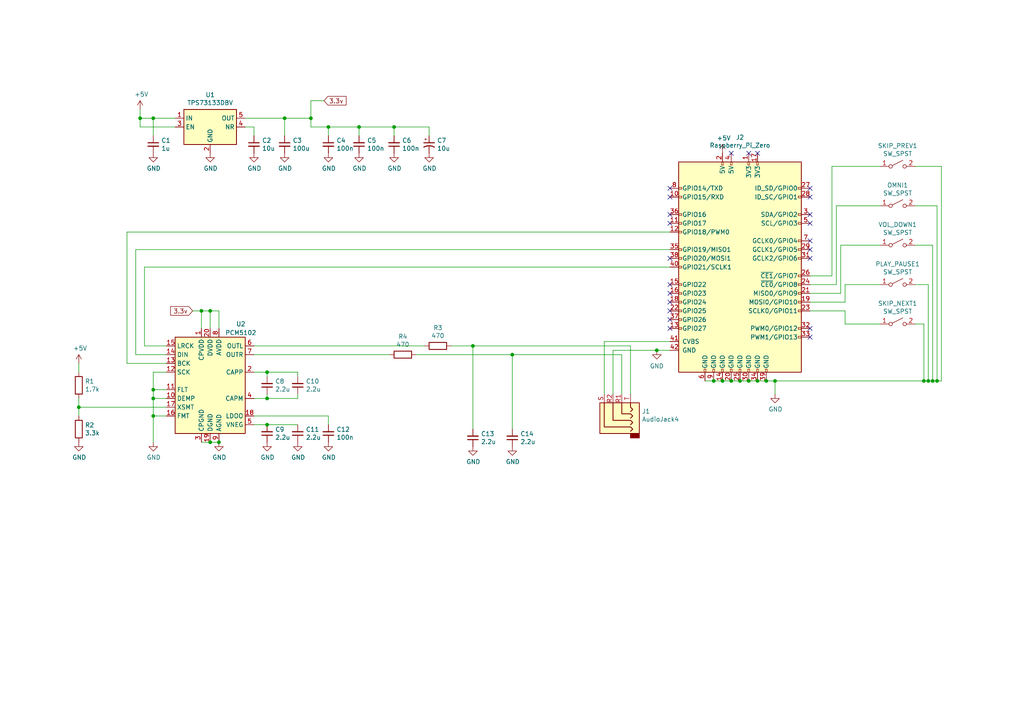
<source format=kicad_sch>
(kicad_sch (version 20211123) (generator eeschema)
  (paper "A4")
  (title_block (title "ODSK") (rev "1") (company "Autr") (comment 1 "autr.tv") (comment 2 "g@sinnott.cc") (comment 3 "github.com/autr/odsk"))
  (lib_symbols
    (symbol "Audio:PCM5102"
      (property "Reference" "U" (at -10.16 13.97 0))
      (property "Value" "PCM5102" (at 3.81 13.97 0))
      (symbol "PCM5102_0_1"
        (rectangle (start -10.16 12.7) (end 10.16 -15.24) (stroke (width 0.254)) (fill (type background)))
      )
      (symbol "PCM5102_1_1"
        (pin passive line (at -2.54 15.24 270) (length 2.54) (name "CPVDD") (number "1"))
        (pin input line (at -12.7 -5.08 0) (length 2.54) (name "DEMP") (number "10"))
        (pin input line (at -12.7 -2.54 0) (length 2.54) (name "FLT") (number "11"))
        (pin input line (at -12.7 2.54 0) (length 2.54) (name "SCK") (number "12"))
        (pin input line (at -12.7 5.08 0) (length 2.54) (name "BCK") (number "13"))
        (pin input line (at -12.7 7.62 0) (length 2.54) (name "DIN") (number "14"))
        (pin input line (at -12.7 10.16 0) (length 2.54) (name "LRCK") (number "15"))
        (pin input line (at -12.7 -10.16 0) (length 2.54) (name "FMT") (number "16"))
        (pin input line (at -12.7 -7.62 0) (length 2.54) (name "XSMT") (number "17"))
        (pin passive line (at 12.7 -10.16 180) (length 2.54) (name "LDOO") (number "18"))
        (pin power_in line (at 0 -17.78 90) (length 2.54) (name "DGND") (number "19"))
        (pin passive line (at 12.7 2.54 180) (length 2.54) (name "CAPP") (number "2"))
        (pin power_in line (at 0 15.24 270) (length 2.54) (name "DVDD") (number "20"))
        (pin power_in line (at -2.54 -17.78 90) (length 2.54) (name "CPGND") (number "3"))
        (pin passive line (at 12.7 -5.08 180) (length 2.54) (name "CAPM") (number "4"))
        (pin passive line (at 12.7 -12.7 180) (length 2.54) (name "VNEG") (number "5"))
        (pin output line (at 12.7 10.16 180) (length 2.54) (name "OUTL") (number "6"))
        (pin output line (at 12.7 7.62 180) (length 2.54) (name "OUTR") (number "7"))
        (pin power_in line (at 2.54 15.24 270) (length 2.54) (name "AVDD") (number "8"))
        (pin power_in line (at 2.54 -17.78 90) (length 2.54) (name "AGND") (number "9"))
      )
    )
    (symbol "Connector:AudioJack4"
      (property "Reference" "J" (at 0 8.89 0))
      (property "Value" "AudioJack4" (at 0 6.35 0))
      (symbol "AudioJack4_0_1"
        (rectangle (start -6.35 -5.08) (end -7.62 -7.62) (stroke (width 0.254)) (fill (type outline)))
        (polyline (pts (xy 0 -5.08) (xy 0.635 -5.715) (xy 1.27 -5.08) (xy 2.54 -5.08)) (stroke (width 0.254)))
        (polyline (pts (xy -5.715 -5.08) (xy -5.08 -5.715) (xy -4.445 -5.08) (xy -4.445 2.54) (xy 2.54 2.54)) (stroke (width 0.254)))
        (polyline (pts (xy -1.905 -5.08) (xy -1.27 -5.715) (xy -0.635 -5.08) (xy -0.635 -2.54) (xy 2.54 -2.54)) (stroke (width 0.254)))
        (polyline (pts (xy 2.54 0) (xy -2.54 0) (xy -2.54 -5.08) (xy -3.175 -5.715) (xy -3.81 -5.08)) (stroke (width 0.254)))
        (rectangle (start 2.54 3.81) (end -6.35 -7.62) (stroke (width 0.254)) (fill (type background)))
      )
      (symbol "AudioJack4_1_1"
        (pin passive line (at 5.08 -2.54 180) (length 2.54) (name "~") (number "R1"))
        (pin passive line (at 5.08 0 180) (length 2.54) (name "~") (number "R2"))
        (pin passive line (at 5.08 2.54 180) (length 2.54) (name "~") (number "S"))
        (pin passive line (at 5.08 -5.08 180) (length 2.54) (name "~") (number "T"))
      )
    )
    (symbol "Device:C_Small" (pin_numbers hide) (pin_names (offset 0.254) hide)
      (property "Reference" "C" (at 0.254 1.778 0))
      (property "Value" "C_Small" (at 0.254 -2.032 0))
      (symbol "C_Small_0_1"
        (polyline (pts (xy -1.524 -0.508) (xy 1.524 -0.508)) (stroke (width 0.3302)))
        (polyline (pts (xy -1.524 0.508) (xy 1.524 0.508)) (stroke (width 0.3048)))
      )
      (symbol "C_Small_1_1"
        (pin passive line (at 0 2.54 270) (length 2.032) (name "~") (number "1"))
        (pin passive line (at 0 -2.54 90) (length 2.032) (name "~") (number "2"))
      )
    )
    (symbol "Device:R" (pin_numbers hide) (pin_names (offset 0))
      (property "Reference" "R" (at 2.032 0 90))
      (property "Value" "R" (at 0 0 90))
      (symbol "R_0_1"
        (rectangle (start -1.016 -2.54) (end 1.016 2.54) (stroke (width 0.254)))
      )
      (symbol "R_1_1"
        (pin passive line (at 0 3.81 270) (length 1.27) (name "~") (number "1"))
        (pin passive line (at 0 -3.81 90) (length 1.27) (name "~") (number "2"))
      )
    )
    (symbol "Regulator_Linear:TPS73133DBV"
      (property "Reference" "U" (at -6.35 6.35 0))
      (property "Value" "TPS73133DBV" (at 1.27 6.35 0))
      (symbol "TPS73133DBV_0_1"
        (rectangle (start -7.62 -5.08) (end 7.62 5.08) (stroke (width 0.254)) (fill (type background)))
      )
      (symbol "TPS73133DBV_1_1"
        (pin power_in line (at -10.16 2.54 0) (length 2.54) (name "IN") (number "1"))
        (pin power_in line (at 0 -7.62 90) (length 2.54) (name "GND") (number "2"))
        (pin input line (at -10.16 0 0) (length 2.54) (name "EN") (number "3"))
        (pin passive line (at 10.16 0 180) (length 2.54) (name "NR") (number "4"))
        (pin power_out line (at 10.16 2.54 180) (length 2.54) (name "OUT") (number "5"))
      )
    )
    (symbol "Switch:SW_SPST" (pin_names (offset 0) hide)
      (property "Reference" "SW" (at 0 3.175 0))
      (property "Value" "SW_SPST" (at 0 -2.54 0))
      (symbol "SW_SPST_0_0"
        (circle (center -2.032 0) (radius 0.508))
        (polyline (pts (xy -1.524 0.254) (xy 1.524 1.778)))
        (circle (center 2.032 0) (radius 0.508))
      )
      (symbol "SW_SPST_1_1"
        (pin passive line (at -5.08 0 0) (length 2.54) (name "A") (number "1"))
        (pin passive line (at 5.08 0 180) (length 2.54) (name "B") (number "2"))
      )
    )
    (symbol "lib:Raspberry_Pi_Zero" (pin_names (offset 1.016))
      (property "Reference" "J" (at -17.78 31.75 0))
      (property "Value" "Raspberry_Pi_Zero" (at 10.16 -31.75 0))
      (symbol "Raspberry_Pi_Zero_0_1"
        (rectangle (start -17.78 30.48) (end 17.78 -30.48) (stroke (width 0.254)) (fill (type background)))
      )
      (symbol "Raspberry_Pi_Zero_1_1"
        (rectangle (start -16.891 -17.526) (end -17.78 -18.034))
        (rectangle (start -16.891 -14.986) (end -17.78 -15.494))
        (rectangle (start -16.891 -12.446) (end -17.78 -12.954))
        (rectangle (start -16.891 -9.906) (end -17.78 -10.414))
        (rectangle (start -16.891 -7.366) (end -17.78 -7.874))
        (rectangle (start -16.891 -4.826) (end -17.78 -5.334))
        (rectangle (start -16.891 0.254) (end -17.78 -0.254))
        (rectangle (start -16.891 2.794) (end -17.78 2.286))
        (rectangle (start -16.891 5.334) (end -17.78 4.826))
        (rectangle (start -16.891 10.414) (end -17.78 9.906))
        (rectangle (start -16.891 12.954) (end -17.78 12.446))
        (rectangle (start -16.891 15.494) (end -17.78 14.986))
        (rectangle (start -16.891 20.574) (end -17.78 20.066))
        (rectangle (start -16.891 23.114) (end -17.78 22.606))
        (rectangle (start -10.414 -29.591) (end -9.906 -30.48))
        (rectangle (start -7.874 -29.591) (end -7.366 -30.48))
        (rectangle (start -5.334 -29.591) (end -4.826 -30.48))
        (rectangle (start -5.334 30.48) (end -4.826 29.591))
        (rectangle (start -2.794 -29.591) (end -2.286 -30.48))
        (rectangle (start -2.794 30.48) (end -2.286 29.591))
        (rectangle (start -0.254 -29.591) (end 0.254 -30.48))
        (rectangle (start 2.286 -29.591) (end 2.794 -30.48))
        (rectangle (start 2.286 30.48) (end 2.794 29.591))
        (rectangle (start 4.826 -29.591) (end 5.334 -30.48))
        (rectangle (start 4.826 30.48) (end 5.334 29.591))
        (rectangle (start 7.366 -29.591) (end 7.874 -30.48))
        (rectangle (start 17.78 -20.066) (end 16.891 -20.574))
        (rectangle (start 17.78 -17.526) (end 16.891 -18.034))
        (rectangle (start 17.78 -12.446) (end 16.891 -12.954))
        (rectangle (start 17.78 -9.906) (end 16.891 -10.414))
        (rectangle (start 17.78 -7.366) (end 16.891 -7.874))
        (rectangle (start 17.78 -4.826) (end 16.891 -5.334))
        (rectangle (start 17.78 -2.286) (end 16.891 -2.794))
        (rectangle (start 17.78 2.794) (end 16.891 2.286))
        (rectangle (start 17.78 5.334) (end 16.891 4.826))
        (rectangle (start 17.78 7.874) (end 16.891 7.366))
        (rectangle (start 17.78 12.954) (end 16.891 12.446))
        (rectangle (start 17.78 15.494) (end 16.891 14.986))
        (rectangle (start 17.78 20.574) (end 16.891 20.066))
        (rectangle (start 17.78 23.114) (end 16.891 22.606))
        (pin power_in line (at 2.54 33.02 270) (length 2.54) (name "3V3") (number "1"))
        (pin bidirectional line (at -20.32 20.32 0) (length 2.54) (name "GPIO15/RXD") (number "10"))
        (pin bidirectional line (at -20.32 12.7 0) (length 2.54) (name "GPIO17") (number "11"))
        (pin bidirectional line (at -20.32 10.16 0) (length 2.54) (name "GPIO18/PWM0") (number "12"))
        (pin bidirectional line (at -20.32 -17.78 0) (length 2.54) (name "GPIO27") (number "13"))
        (pin power_in line (at -5.08 -33.02 90) (length 2.54) (name "GND") (number "14"))
        (pin bidirectional line (at -20.32 -5.08 0) (length 2.54) (name "GPIO22") (number "15"))
        (pin bidirectional line (at -20.32 -7.62 0) (length 2.54) (name "GPIO23") (number "16"))
        (pin power_in line (at 5.08 33.02 270) (length 2.54) (name "3V3") (number "17"))
        (pin bidirectional line (at -20.32 -10.16 0) (length 2.54) (name "GPIO24") (number "18"))
        (pin bidirectional line (at 20.32 -10.16 180) (length 2.54) (name "MOSI0/GPIO10") (number "19"))
        (pin power_in line (at -5.08 33.02 270) (length 2.54) (name "5V") (number "2"))
        (pin power_in line (at -2.54 -33.02 90) (length 2.54) (name "GND") (number "20"))
        (pin bidirectional line (at 20.32 -7.62 180) (length 2.54) (name "MISO0/GPIO9") (number "21"))
        (pin bidirectional line (at -20.32 -12.7 0) (length 2.54) (name "GPIO25") (number "22"))
        (pin bidirectional line (at 20.32 -12.7 180) (length 2.54) (name "SCLK0/GPIO11") (number "23"))
        (pin bidirectional line (at 20.32 -5.08 180) (length 2.54) (name "~{CE0}/GPIO8") (number "24"))
        (pin power_in line (at 0 -33.02 90) (length 2.54) (name "GND") (number "25"))
        (pin bidirectional line (at 20.32 -2.54 180) (length 2.54) (name "~{CE1}/GPIO7") (number "26"))
        (pin bidirectional line (at 20.32 22.86 180) (length 2.54) (name "ID_SD/GPIO0") (number "27"))
        (pin bidirectional line (at 20.32 20.32 180) (length 2.54) (name "ID_SC/GPIO1") (number "28"))
        (pin bidirectional line (at 20.32 5.08 180) (length 2.54) (name "GCLK1/GPIO5") (number "29"))
        (pin bidirectional line (at 20.32 15.24 180) (length 2.54) (name "SDA/GPIO2") (number "3"))
        (pin power_in line (at 2.54 -33.02 90) (length 2.54) (name "GND") (number "30"))
        (pin bidirectional line (at 20.32 2.54 180) (length 2.54) (name "GCLK2/GPIO6") (number "31"))
        (pin bidirectional line (at 20.32 -17.78 180) (length 2.54) (name "PWM0/GPIO12") (number "32"))
        (pin bidirectional line (at 20.32 -20.32 180) (length 2.54) (name "PWM1/GPIO13") (number "33"))
        (pin power_in line (at 5.08 -33.02 90) (length 2.54) (name "GND") (number "34"))
        (pin bidirectional line (at -20.32 5.08 0) (length 2.54) (name "GPIO19/MISO1") (number "35"))
        (pin bidirectional line (at -20.32 15.24 0) (length 2.54) (name "GPIO16") (number "36"))
        (pin bidirectional line (at -20.32 -15.24 0) (length 2.54) (name "GPIO26") (number "37"))
        (pin bidirectional line (at -20.32 2.54 0) (length 2.54) (name "GPIO20/MOSI1") (number "38"))
        (pin power_in line (at 7.62 -33.02 90) (length 2.54) (name "GND") (number "39"))
        (pin power_in line (at -2.54 33.02 270) (length 2.54) (name "5V") (number "4"))
        (pin bidirectional line (at -20.32 0 0) (length 2.54) (name "GPIO21/SCLK1") (number "40"))
        (pin input line (at -20.32 -21.59 0) (length 2.54) (name "CVBS") (number "41"))
        (pin input line (at -20.32 -24.13 0) (length 2.54) (name "GND") (number "42"))
        (pin bidirectional line (at 20.32 12.7 180) (length 2.54) (name "SCL/GPIO3") (number "5"))
        (pin power_in line (at -10.16 -33.02 90) (length 2.54) (name "GND") (number "6"))
        (pin bidirectional line (at 20.32 7.62 180) (length 2.54) (name "GCLK0/GPIO4") (number "7"))
        (pin bidirectional line (at -20.32 22.86 0) (length 2.54) (name "GPIO14/TXD") (number "8"))
        (pin power_in line (at -7.62 -33.02 90) (length 2.54) (name "GND") (number "9"))
      )
    )
    (symbol "odsk-rescue:CP1_Small-Device" (pin_numbers hide) (pin_names (offset 0.254) hide)
      (property "Reference" "C" (at 0.254 1.778 0))
      (property "Value" "CP1_Small-Device" (at 0.254 -2.032 0))
      (symbol "CP1_Small-Device_0_1"
        (polyline (pts (xy -1.524 0.508) (xy 1.524 0.508)) (stroke (width 0.3048)))
        (polyline (pts (xy -1.27 1.524) (xy -0.762 1.524)))
        (polyline (pts (xy -1.016 1.27) (xy -1.016 1.778)))
        (arc (start 1.524 -0.762) (mid 0 -0.3734) (end -1.524 -0.762) (stroke (width 0.3048)))
      )
      (symbol "CP1_Small-Device_1_1"
        (pin passive line (at 0 2.54 270) (length 2.032) (name "~") (number "1"))
        (pin passive line (at 0 -2.54 90) (length 2.032) (name "~") (number "2"))
      )
    )
    (symbol "power:+5V" (power) (pin_names (offset 0))
      (property "Value" "+5V" (at 0 3.556 0))
      (symbol "+5V_0_1"
        (polyline (pts (xy -0.762 1.27) (xy 0 2.54)))
        (polyline (pts (xy 0 0) (xy 0 2.54)))
        (polyline (pts (xy 0 2.54) (xy 0.762 1.27)))
      )
      (symbol "+5V_1_1"
        (pin power_in line (at 0 0 90) (length 0) hide (name "+5V") (number "1"))
      )
    )
    (symbol "power:GND" (power) (pin_names (offset 0))
      (property "Value" "GND" (at 0 -3.81 0))
      (symbol "GND_0_1"
        (polyline (pts (xy 0 0) (xy 0 -1.27) (xy 1.27 -1.27) (xy 0 -2.54) (xy -1.27 -1.27) (xy 0 -1.27)))
      )
      (symbol "GND_1_1"
        (pin power_in line (at 0 0 270) (length 0) hide (name "GND") (number "1"))
      )
    )
  )
  (junction (at 219.71 110.49))
  (junction (at 271.78 110.49))
  (junction (at 95.25 36.83))
  (junction (at 44.45 34.29))
  (junction (at 77.47 115.57))
  (junction (at 114.3 36.83))
  (junction (at 224.79 110.49))
  (junction (at 217.17 110.49))
  (junction (at 82.55 34.29))
  (junction (at 270.51 110.49))
  (junction (at 148.59 102.87))
  (junction (at 22.86 118.11))
  (junction (at 212.09 110.49))
  (junction (at 222.25 110.49))
  (junction (at 63.5 128.27))
  (junction (at 137.16 100.33))
  (junction (at 90.17 34.29))
  (junction (at 40.64 34.29))
  (junction (at 77.47 107.95))
  (junction (at 207.01 110.49))
  (junction (at 190.5 101.6))
  (junction (at 209.55 110.49))
  (junction (at 44.45 113.03))
  (junction (at 269.24 110.49))
  (junction (at 60.96 90.17))
  (junction (at 267.97 110.49))
  (junction (at 214.63 110.49))
  (junction (at 44.45 115.57))
  (junction (at 77.47 123.19))
  (junction (at 104.14 36.83))
  (junction (at 44.45 120.65))
  (junction (at 58.42 90.17))
  (junction (at 60.96 128.27))
  (no_connect (at 212.09 44.45))
  (no_connect (at 194.31 62.23))
  (no_connect (at 194.31 57.15))
  (no_connect (at 194.31 54.61))
  (no_connect (at 234.95 97.79))
  (no_connect (at 234.95 64.77))
  (no_connect (at 234.95 95.25))
  (no_connect (at 194.31 92.71))
  (no_connect (at 194.31 95.25))
  (no_connect (at 234.95 62.23))
  (no_connect (at 234.95 74.93))
  (no_connect (at 194.31 74.93))
  (no_connect (at 194.31 87.63))
  (no_connect (at 194.31 90.17))
  (no_connect (at 234.95 57.15))
  (no_connect (at 194.31 85.09))
  (no_connect (at 219.71 44.45))
  (no_connect (at 234.95 72.39))
  (no_connect (at 217.17 44.45))
  (no_connect (at 194.31 82.55))
  (no_connect (at 234.95 69.85))
  (no_connect (at 194.31 64.77))
  (no_connect (at 234.95 54.61))
  (wire (pts (xy 130.81 100.33) (xy 137.16 100.33)))
  (wire (pts (xy 77.47 123.19) (xy 86.36 123.19)))
  (wire (pts (xy 180.34 102.87) (xy 180.34 114.3)))
  (wire (pts (xy 48.26 118.11) (xy 22.86 118.11)))
  (wire (pts (xy 60.96 128.27) (xy 58.42 128.27)))
  (wire (pts (xy 73.66 123.19) (xy 77.47 123.19)))
  (wire (pts (xy 265.43 82.55) (xy 269.24 82.55)))
  (wire (pts (xy 224.79 110.49) (xy 267.97 110.49)))
  (wire (pts (xy 265.43 48.26) (xy 273.05 48.26)))
  (wire (pts (xy 36.83 105.41) (xy 36.83 67.31)))
  (wire (pts (xy 104.14 36.83) (xy 104.14 39.37)))
  (wire (pts (xy 36.83 67.31) (xy 194.31 67.31)))
  (wire (pts (xy 219.71 110.49) (xy 222.25 110.49)))
  (wire (pts (xy 177.8 101.6) (xy 177.8 114.3)))
  (wire (pts (xy 82.55 39.37) (xy 82.55 34.29)))
  (wire (pts (xy 86.36 115.57) (xy 86.36 114.3)))
  (wire (pts (xy 204.47 110.49) (xy 207.01 110.49)))
  (wire (pts (xy 243.84 71.12) (xy 255.27 71.12)))
  (wire (pts (xy 48.26 100.33) (xy 41.91 100.33)))
  (wire (pts (xy 90.17 29.21) (xy 93.98 29.21)))
  (wire (pts (xy 234.95 80.01) (xy 241.3 80.01)))
  (wire (pts (xy 44.45 120.65) (xy 44.45 128.27)))
  (wire (pts (xy 269.24 82.55) (xy 269.24 110.49)))
  (wire (pts (xy 41.91 77.47) (xy 194.31 77.47)))
  (wire (pts (xy 73.66 39.37) (xy 73.66 36.83)))
  (wire (pts (xy 271.78 59.69) (xy 271.78 110.49)))
  (wire (pts (xy 40.64 34.29) (xy 44.45 34.29)))
  (wire (pts (xy 267.97 93.98) (xy 267.97 110.49)))
  (wire (pts (xy 207.01 110.49) (xy 209.55 110.49)))
  (wire (pts (xy 90.17 36.83) (xy 90.17 34.29)))
  (wire (pts (xy 22.86 105.41) (xy 22.86 107.95)))
  (wire (pts (xy 214.63 110.49) (xy 217.17 110.49)))
  (wire (pts (xy 273.05 48.26) (xy 273.05 110.49)))
  (wire (pts (xy 22.86 120.65) (xy 22.86 118.11)))
  (wire (pts (xy 40.64 34.29) (xy 40.64 36.83)))
  (wire (pts (xy 113.03 102.87) (xy 73.66 102.87)))
  (wire (pts (xy 77.47 115.57) (xy 73.66 115.57)))
  (wire (pts (xy 40.64 31.75) (xy 40.64 34.29)))
  (wire (pts (xy 77.47 115.57) (xy 86.36 115.57)))
  (wire (pts (xy 55.88 90.17) (xy 58.42 90.17)))
  (wire (pts (xy 48.26 105.41) (xy 36.83 105.41)))
  (wire (pts (xy 209.55 110.49) (xy 212.09 110.49)))
  (wire (pts (xy 148.59 102.87) (xy 148.59 124.46)))
  (wire (pts (xy 73.66 107.95) (xy 77.47 107.95)))
  (wire (pts (xy 175.26 99.06) (xy 194.31 99.06)))
  (wire (pts (xy 95.25 36.83) (xy 104.14 36.83)))
  (wire (pts (xy 44.45 113.03) (xy 44.45 115.57)))
  (wire (pts (xy 48.26 115.57) (xy 44.45 115.57)))
  (wire (pts (xy 77.47 114.3) (xy 77.47 115.57)))
  (wire (pts (xy 241.3 48.26) (xy 255.27 48.26)))
  (wire (pts (xy 175.26 114.3) (xy 175.26 99.06)))
  (wire (pts (xy 182.88 114.3) (xy 182.88 100.33)))
  (wire (pts (xy 190.5 101.6) (xy 194.31 101.6)))
  (wire (pts (xy 243.84 85.09) (xy 243.84 71.12)))
  (wire (pts (xy 114.3 36.83) (xy 124.46 36.83)))
  (wire (pts (xy 234.95 82.55) (xy 242.57 82.55)))
  (wire (pts (xy 39.37 72.39) (xy 39.37 102.87)))
  (wire (pts (xy 234.95 90.17) (xy 245.11 90.17)))
  (wire (pts (xy 245.11 93.98) (xy 255.27 93.98)))
  (wire (pts (xy 40.64 36.83) (xy 50.8 36.83)))
  (wire (pts (xy 58.42 90.17) (xy 60.96 90.17)))
  (wire (pts (xy 271.78 110.49) (xy 270.51 110.49)))
  (wire (pts (xy 120.65 102.87) (xy 148.59 102.87)))
  (wire (pts (xy 241.3 80.01) (xy 241.3 48.26)))
  (wire (pts (xy 86.36 107.95) (xy 77.47 107.95)))
  (wire (pts (xy 242.57 59.69) (xy 255.27 59.69)))
  (wire (pts (xy 82.55 34.29) (xy 71.12 34.29)))
  (wire (pts (xy 217.17 110.49) (xy 219.71 110.49)))
  (wire (pts (xy 90.17 34.29) (xy 82.55 34.29)))
  (wire (pts (xy 104.14 36.83) (xy 114.3 36.83)))
  (wire (pts (xy 48.26 102.87) (xy 39.37 102.87)))
  (wire (pts (xy 58.42 90.17) (xy 58.42 95.25)))
  (wire (pts (xy 95.25 36.83) (xy 90.17 36.83)))
  (wire (pts (xy 39.37 72.39) (xy 194.31 72.39)))
  (wire (pts (xy 224.79 114.3) (xy 224.79 110.49)))
  (wire (pts (xy 245.11 82.55) (xy 255.27 82.55)))
  (wire (pts (xy 44.45 34.29) (xy 44.45 39.37)))
  (wire (pts (xy 234.95 85.09) (xy 243.84 85.09)))
  (wire (pts (xy 48.26 107.95) (xy 44.45 107.95)))
  (wire (pts (xy 124.46 39.37) (xy 124.46 36.83)))
  (wire (pts (xy 60.96 90.17) (xy 60.96 95.25)))
  (wire (pts (xy 44.45 115.57) (xy 44.45 120.65)))
  (wire (pts (xy 41.91 77.47) (xy 41.91 100.33)))
  (wire (pts (xy 265.43 59.69) (xy 271.78 59.69)))
  (wire (pts (xy 148.59 102.87) (xy 180.34 102.87)))
  (wire (pts (xy 44.45 34.29) (xy 50.8 34.29)))
  (wire (pts (xy 48.26 120.65) (xy 44.45 120.65)))
  (wire (pts (xy 63.5 90.17) (xy 63.5 95.25)))
  (wire (pts (xy 212.09 110.49) (xy 214.63 110.49)))
  (wire (pts (xy 22.86 118.11) (xy 22.86 115.57)))
  (wire (pts (xy 270.51 71.12) (xy 270.51 110.49)))
  (wire (pts (xy 273.05 110.49) (xy 271.78 110.49)))
  (wire (pts (xy 222.25 110.49) (xy 224.79 110.49)))
  (wire (pts (xy 269.24 110.49) (xy 267.97 110.49)))
  (wire (pts (xy 95.25 120.65) (xy 73.66 120.65)))
  (wire (pts (xy 77.47 107.95) (xy 77.47 109.22)))
  (wire (pts (xy 265.43 71.12) (xy 270.51 71.12)))
  (wire (pts (xy 86.36 109.22) (xy 86.36 107.95)))
  (wire (pts (xy 242.57 82.55) (xy 242.57 59.69)))
  (wire (pts (xy 245.11 87.63) (xy 245.11 82.55)))
  (wire (pts (xy 234.95 87.63) (xy 245.11 87.63)))
  (wire (pts (xy 114.3 36.83) (xy 114.3 39.37)))
  (wire (pts (xy 245.11 90.17) (xy 245.11 93.98)))
  (wire (pts (xy 95.25 120.65) (xy 95.25 123.19)))
  (wire (pts (xy 44.45 107.95) (xy 44.45 113.03)))
  (wire (pts (xy 270.51 110.49) (xy 269.24 110.49)))
  (wire (pts (xy 177.8 101.6) (xy 190.5 101.6)))
  (wire (pts (xy 137.16 100.33) (xy 182.88 100.33)))
  (wire (pts (xy 73.66 100.33) (xy 123.19 100.33)))
  (wire (pts (xy 137.16 100.33) (xy 137.16 124.46)))
  (wire (pts (xy 60.96 90.17) (xy 63.5 90.17)))
  (wire (pts (xy 63.5 128.27) (xy 60.96 128.27)))
  (wire (pts (xy 90.17 34.29) (xy 90.17 29.21)))
  (wire (pts (xy 95.25 39.37) (xy 95.25 36.83)))
  (wire (pts (xy 73.66 36.83) (xy 71.12 36.83)))
  (wire (pts (xy 48.26 113.03) (xy 44.45 113.03)))
  (wire (pts (xy 265.43 93.98) (xy 267.97 93.98)))
  (global_label "3.3v" (shape input) (at 55.88 90.17 180) (property "Intersheet References" "${INTERSHEET_REFS}" (effects hide)))
  (global_label "3.3v" (shape input) (at 93.98 29.21 0) (property "Intersheet References" "${INTERSHEET_REFS}" (effects hide)))
  (symbol (lib_id "Switch:SW_SPST") (at 260.35 48.26 0) (unit 1)
    (property "Reference" "SKIP_PREV1" (at 260.35 42.291 0))
    (property "Value" "SW_SPST" (at 260.35 44.6024 0))
    (property "Footprint" "Button_Switch_THT:SW_Tactile_SPST_Angled_PTS645Vx39-2LFS" (effects hide))
  )
  (symbol (lib_id "Switch:SW_SPST") (at 260.35 59.69 0) (unit 1)
    (property "Reference" "OMNI1" (at 260.35 53.721 0))
    (property "Value" "SW_SPST" (at 260.35 56.0324 0))
    (property "Footprint" "Button_Switch_THT:SW_Tactile_SPST_Angled_PTS645Vx39-2LFS" (effects hide))
  )
  (symbol (lib_id "Switch:SW_SPST") (at 260.35 71.12 0) (unit 1)
    (property "Reference" "VOL_DOWN1" (at 260.35 65.151 0))
    (property "Value" "SW_SPST" (at 260.35 67.4624 0))
    (property "Footprint" "Button_Switch_THT:SW_Tactile_SPST_Angled_PTS645Vx39-2LFS" (effects hide))
  )
  (symbol (lib_id "Switch:SW_SPST") (at 260.35 82.55 0) (unit 1)
    (property "Reference" "PLAY_PAUSE1" (at 260.35 76.581 0))
    (property "Value" "SW_SPST" (at 260.35 78.8924 0))
    (property "Footprint" "Button_Switch_THT:SW_Tactile_SPST_Angled_PTS645Vx39-2LFS" (effects hide))
  )
  (symbol (lib_id "Switch:SW_SPST") (at 260.35 93.98 0) (unit 1)
    (property "Reference" "SKIP_NEXT1" (at 260.35 88.011 0))
    (property "Value" "SW_SPST" (at 260.35 90.3224 0))
    (property "Footprint" "Button_Switch_THT:SW_Tactile_SPST_Angled_PTS645Vx39-2LFS" (effects hide))
  )
  (symbol (lib_id "power:GND") (at 224.79 114.3 0) (unit 1)
    (property "Reference" "#PWR0101" (effects hide))
    (property "Value" "GND" (at 224.917 118.6942 0))
  )
  (symbol (lib_id "power:+5V") (at 209.55 44.45 0) (unit 1)
    (property "Reference" "#PWR0102" (effects hide))
    (property "Value" "+5V" (at 209.931 40.0558 0))
  )
  (symbol (lib_id "Audio:PCM5102") (at 60.96 110.49 0) (unit 1)
    (property "Reference" "U2" (at 69.85 93.98 0))
    (property "Value" "PCM5102" (at 69.85 96.52 0))
    (property "Footprint" "Package_SO:TSSOP-20_4.4x6.5mm_P0.65mm" (effects hide))
    (property "Datasheet" "http://www.ti.com/lit/ds/symlink/pcm5102.pdf" (effects hide))
  )
  (symbol (lib_id "Device:C_Small") (at 77.47 111.76 180) (unit 1)
    (property "Reference" "C8" (at 79.8068 110.5916 0) (effects (justify right)))
    (property "Value" "2.2u" (at 79.8068 112.903 0) (effects (justify right)))
    (property "Footprint" "Capacitor_SMD:C_0805_2012Metric_Pad1.18x1.45mm_HandSolder" (effects hide))
  )
  (symbol (lib_id "Device:C_Small") (at 95.25 41.91 0) (mirror y) (unit 1)
    (property "Reference" "C4" (at 97.5868 40.7416 0) (effects (justify right)))
    (property "Value" "100n" (at 97.5868 43.053 0) (effects (justify right)))
    (property "Footprint" "Capacitor_SMD:C_0805_2012Metric_Pad1.18x1.45mm_HandSolder" (effects hide))
  )
  (symbol (lib_id "Device:C_Small") (at 104.14 41.91 180) (unit 1)
    (property "Reference" "C5" (at 106.4768 40.7416 0) (effects (justify right)))
    (property "Value" "100n" (at 106.4768 43.053 0) (effects (justify right)))
    (property "Footprint" "Capacitor_SMD:C_0805_2012Metric_Pad1.18x1.45mm_HandSolder" (effects hide))
  )
  (symbol (lib_id "Device:C_Small") (at 114.3 41.91 180) (unit 1)
    (property "Reference" "C6" (at 116.6368 40.7416 0) (effects (justify right)))
    (property "Value" "100n" (at 116.6368 43.053 0) (effects (justify right)))
    (property "Footprint" "Capacitor_SMD:C_0805_2012Metric_Pad1.18x1.45mm_HandSolder" (effects hide))
  )
  (symbol (lib_id "Device:C_Small") (at 95.25 125.73 180) (unit 1)
    (property "Reference" "C12" (at 97.5868 124.5616 0) (effects (justify right)))
    (property "Value" "100n" (at 97.5868 126.873 0) (effects (justify right)))
    (property "Footprint" "Capacitor_SMD:C_0805_2012Metric_Pad1.18x1.45mm_HandSolder" (effects hide))
  )
  (symbol (lib_id "power:GND") (at 95.25 44.45 0) (unit 1)
    (property "Reference" "#PWR0103" (effects hide))
    (property "Value" "GND" (at 95.377 48.8442 0))
  )
  (symbol (lib_id "power:GND") (at 104.14 44.45 0) (unit 1)
    (property "Reference" "#PWR0104" (effects hide))
    (property "Value" "GND" (at 104.267 48.8442 0))
  )
  (symbol (lib_id "power:GND") (at 114.3 44.45 0) (unit 1)
    (property "Reference" "#PWR0105" (effects hide))
    (property "Value" "GND" (at 114.427 48.8442 0))
  )
  (symbol (lib_id "power:GND") (at 95.25 128.27 0) (unit 1)
    (property "Reference" "#PWR0106" (effects hide))
    (property "Value" "GND" (at 95.377 132.6642 0))
  )
  (symbol (lib_id "odsk-rescue:CP1_Small-Device") (at 124.46 41.91 0) (unit 1)
    (property "Reference" "C7" (at 126.7714 40.7416 0) (effects (justify left)))
    (property "Value" "10u" (at 126.7714 43.053 0) (effects (justify left)))
    (property "Footprint" "Capacitor_SMD:CP_Elec_5x5.4" (effects hide))
  )
  (symbol (lib_id "Device:C_Small") (at 86.36 125.73 180) (unit 1)
    (property "Reference" "C11" (at 88.6968 124.5616 0) (effects (justify right)))
    (property "Value" "2.2u" (at 88.6968 126.873 0) (effects (justify right)))
    (property "Footprint" "Capacitor_SMD:C_0805_2012Metric_Pad1.18x1.45mm_HandSolder" (effects hide))
  )
  (symbol (lib_id "Device:C_Small") (at 77.47 125.73 180) (unit 1)
    (property "Reference" "C9" (at 79.8068 124.5616 0) (effects (justify right)))
    (property "Value" "2.2u" (at 79.8068 126.873 0) (effects (justify right)))
    (property "Footprint" "Capacitor_SMD:C_0805_2012Metric_Pad1.18x1.45mm_HandSolder" (effects hide))
  )
  (symbol (lib_id "power:GND") (at 86.36 128.27 0) (unit 1)
    (property "Reference" "#PWR0107" (effects hide))
    (property "Value" "GND" (at 86.487 132.6642 0))
  )
  (symbol (lib_id "power:GND") (at 77.47 128.27 0) (unit 1)
    (property "Reference" "#PWR0108" (effects hide))
    (property "Value" "GND" (at 77.597 132.6642 0))
  )
  (symbol (lib_id "power:GND") (at 63.5 128.27 0) (unit 1)
    (property "Reference" "#PWR0109" (effects hide))
    (property "Value" "GND" (at 63.627 132.6642 0))
  )
  (symbol (lib_id "Device:C_Small") (at 86.36 111.76 180) (unit 1)
    (property "Reference" "C10" (at 88.6968 110.5916 0) (effects (justify right)))
    (property "Value" "2.2u" (at 88.6968 112.903 0) (effects (justify right)))
    (property "Footprint" "Capacitor_SMD:C_0805_2012Metric_Pad1.18x1.45mm_HandSolder" (effects hide))
  )
  (symbol (lib_id "power:GND") (at 44.45 128.27 0) (unit 1)
    (property "Reference" "#PWR0110" (effects hide))
    (property "Value" "GND" (at 44.577 132.6642 0))
  )
  (symbol (lib_id "power:+5V") (at 22.86 105.41 0) (unit 1)
    (property "Reference" "#PWR0111" (effects hide))
    (property "Value" "+5V" (at 23.241 101.0158 0))
  )
  (symbol (lib_id "power:GND") (at 22.86 128.27 0) (unit 1)
    (property "Reference" "#PWR0112" (effects hide))
    (property "Value" "GND" (at 22.987 132.6642 0))
  )
  (symbol (lib_id "power:GND") (at 124.46 44.45 0) (unit 1)
    (property "Reference" "#PWR0113" (effects hide))
    (property "Value" "GND" (at 124.587 48.8442 0))
  )
  (symbol (lib_id "Device:R") (at 22.86 111.76 0) (unit 1)
    (property "Reference" "R1" (at 24.638 110.5916 0) (effects (justify left)))
    (property "Value" "1.7k" (at 24.638 112.903 0) (effects (justify left)))
    (property "Footprint" "Resistor_SMD:R_0805_2012Metric_Pad1.20x1.40mm_HandSolder" (effects hide))
  )
  (symbol (lib_id "Device:R") (at 22.86 124.46 0) (unit 1)
    (property "Reference" "R2" (at 24.638 123.2916 0) (effects (justify left)))
    (property "Value" "3.3k" (at 24.638 125.603 0) (effects (justify left)))
    (property "Footprint" "Resistor_SMD:R_0805_2012Metric_Pad1.20x1.40mm_HandSolder" (effects hide))
  )
  (symbol (lib_id "Device:R") (at 127 100.33 270) (unit 1)
    (property "Reference" "R3" (at 127 95.0722 90))
    (property "Value" "470" (at 127 97.3836 90))
    (property "Footprint" "Resistor_SMD:R_0805_2012Metric_Pad1.20x1.40mm_HandSolder" (effects hide))
  )
  (symbol (lib_id "Device:R") (at 116.84 102.87 270) (unit 1)
    (property "Reference" "R4" (at 116.84 97.6122 90))
    (property "Value" "470" (at 116.84 99.9236 90))
    (property "Footprint" "Resistor_SMD:R_0805_2012Metric_Pad1.20x1.40mm_HandSolder" (effects hide))
  )
  (symbol (lib_id "Device:C_Small") (at 137.16 127 180) (unit 1)
    (property "Reference" "C13" (at 139.4968 125.8316 0) (effects (justify right)))
    (property "Value" "2.2u" (at 139.4968 128.143 0) (effects (justify right)))
    (property "Footprint" "Capacitor_SMD:C_0805_2012Metric_Pad1.18x1.45mm_HandSolder" (effects hide))
  )
  (symbol (lib_id "Device:C_Small") (at 148.59 127 180) (unit 1)
    (property "Reference" "C14" (at 150.9268 125.8316 0) (effects (justify right)))
    (property "Value" "2.2u" (at 150.9268 128.143 0) (effects (justify right)))
    (property "Footprint" "Capacitor_SMD:C_0805_2012Metric_Pad1.18x1.45mm_HandSolder" (effects hide))
  )
  (symbol (lib_id "power:GND") (at 148.59 129.54 0) (unit 1)
    (property "Reference" "#PWR0114" (effects hide))
    (property "Value" "GND" (at 148.717 133.9342 0))
  )
  (symbol (lib_id "power:GND") (at 137.16 129.54 0) (unit 1)
    (property "Reference" "#PWR0115" (effects hide))
    (property "Value" "GND" (at 137.287 133.9342 0))
  )
  (symbol (lib_id "Regulator_Linear:TPS73133DBV") (at 60.96 36.83 0) (unit 1)
    (property "Reference" "U1" (at 60.96 27.5082 0))
    (property "Value" "TPS73133DBV" (at 60.96 29.8196 0))
    (property "Footprint" "Package_TO_SOT_SMD:SOT-23-5" (effects hide))
    (property "Datasheet" "http://www.ti.com/lit/ds/symlink/tps731.pdf" (effects hide))
  )
  (symbol (lib_id "power:+5V") (at 40.64 31.75 0) (unit 1)
    (property "Reference" "#PWR0116" (effects hide))
    (property "Value" "+5V" (at 41.021 27.3558 0))
  )
  (symbol (lib_id "Device:C_Small") (at 44.45 41.91 0) (mirror y) (unit 1)
    (property "Reference" "C1" (at 46.7868 40.7416 0) (effects (justify right)))
    (property "Value" "1u" (at 46.7868 43.053 0) (effects (justify right)))
    (property "Footprint" "Capacitor_SMD:C_0805_2012Metric_Pad1.18x1.45mm_HandSolder" (effects hide))
  )
  (symbol (lib_id "Device:C_Small") (at 73.66 41.91 0) (mirror y) (unit 1)
    (property "Reference" "C2" (at 75.9968 40.7416 0) (effects (justify right)))
    (property "Value" "10u" (at 75.9968 43.053 0) (effects (justify right)))
    (property "Footprint" "Capacitor_SMD:C_0805_2012Metric_Pad1.18x1.45mm_HandSolder" (effects hide))
  )
  (symbol (lib_id "Device:C_Small") (at 82.55 41.91 0) (mirror y) (unit 1)
    (property "Reference" "C3" (at 84.8868 40.7416 0) (effects (justify right)))
    (property "Value" "100u" (at 84.8868 43.053 0) (effects (justify right)))
    (property "Footprint" "Capacitor_SMD:C_1206_3216Metric_Pad1.33x1.80mm_HandSolder" (effects hide))
  )
  (symbol (lib_id "power:GND") (at 82.55 44.45 0) (unit 1)
    (property "Reference" "#PWR0117" (effects hide))
    (property "Value" "GND" (at 82.677 48.8442 0))
  )
  (symbol (lib_id "power:GND") (at 73.66 44.45 0) (unit 1)
    (property "Reference" "#PWR0118" (effects hide))
    (property "Value" "GND" (at 73.787 48.8442 0))
  )
  (symbol (lib_id "power:GND") (at 60.96 44.45 0) (unit 1)
    (property "Reference" "#PWR0119" (effects hide))
    (property "Value" "GND" (at 61.087 48.8442 0))
  )
  (symbol (lib_id "power:GND") (at 44.45 44.45 0) (unit 1)
    (property "Reference" "#PWR0120" (effects hide))
    (property "Value" "GND" (at 44.577 48.8442 0))
  )
  (symbol (lib_id "lib:Raspberry_Pi_Zero") (at 214.63 77.47 0) (unit 1)
    (property "Reference" "J2" (at 214.63 39.8526 0))
    (property "Value" "Raspberry_Pi_Zero" (at 214.63 42.164 0))
    (property "Footprint" "lib_fb:Raspberry_Pi_Zero" (effects hide))
    (property "Datasheet" "https://www.raspberrypi.org/documentation/hardware/raspberrypi/schematics/rpi_SCH_3bplus_1p0_reduced.pdf" (effects hide))
  )
  (symbol (lib_id "Connector:AudioJack4") (at 177.8 119.38 90) (unit 1)
    (property "Reference" "J1" (at 186.182 119.3038 90) (effects (justify right)))
    (property "Value" "AudioJack4" (at 186.182 121.6152 90) (effects (justify right)))
    (property "Footprint" "lib_fb:TRRS-PJ-320A-Jack" (effects hide))
  )
  (symbol (lib_id "power:GND") (at 190.5 101.6 0) (unit 1)
    (property "Reference" "#PWR?" (effects hide))
    (property "Value" "GND" (at 190.5 106.172 0))
  )
)
</source>
